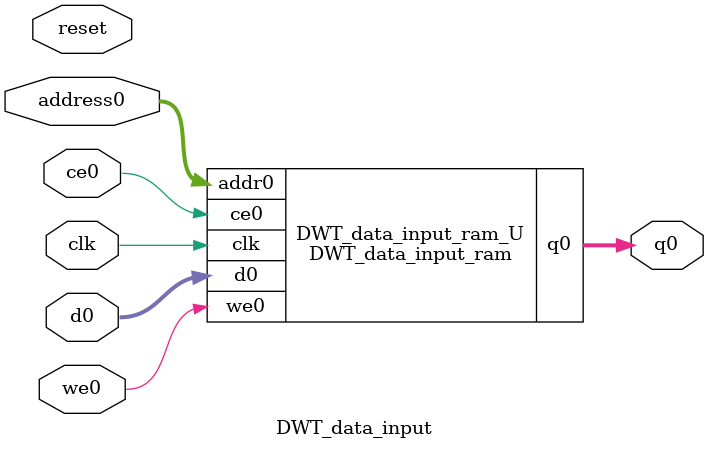
<source format=v>
`timescale 1 ns / 1 ps
module DWT_data_input_ram (addr0, ce0, d0, we0, q0,  clk);

parameter DWIDTH = 32;
parameter AWIDTH = 11;
parameter MEM_SIZE = 2048;

input[AWIDTH-1:0] addr0;
input ce0;
input[DWIDTH-1:0] d0;
input we0;
output reg[DWIDTH-1:0] q0;
input clk;

(* ram_style = "block" *)reg [DWIDTH-1:0] ram[0:MEM_SIZE-1];




always @(posedge clk)  
begin 
    if (ce0) 
    begin
        if (we0) 
        begin 
            ram[addr0] <= d0; 
        end 
        q0 <= ram[addr0];
    end
end


endmodule

`timescale 1 ns / 1 ps
module DWT_data_input(
    reset,
    clk,
    address0,
    ce0,
    we0,
    d0,
    q0);

parameter DataWidth = 32'd32;
parameter AddressRange = 32'd2048;
parameter AddressWidth = 32'd11;
input reset;
input clk;
input[AddressWidth - 1:0] address0;
input ce0;
input we0;
input[DataWidth - 1:0] d0;
output[DataWidth - 1:0] q0;



DWT_data_input_ram DWT_data_input_ram_U(
    .clk( clk ),
    .addr0( address0 ),
    .ce0( ce0 ),
    .we0( we0 ),
    .d0( d0 ),
    .q0( q0 ));

endmodule


</source>
